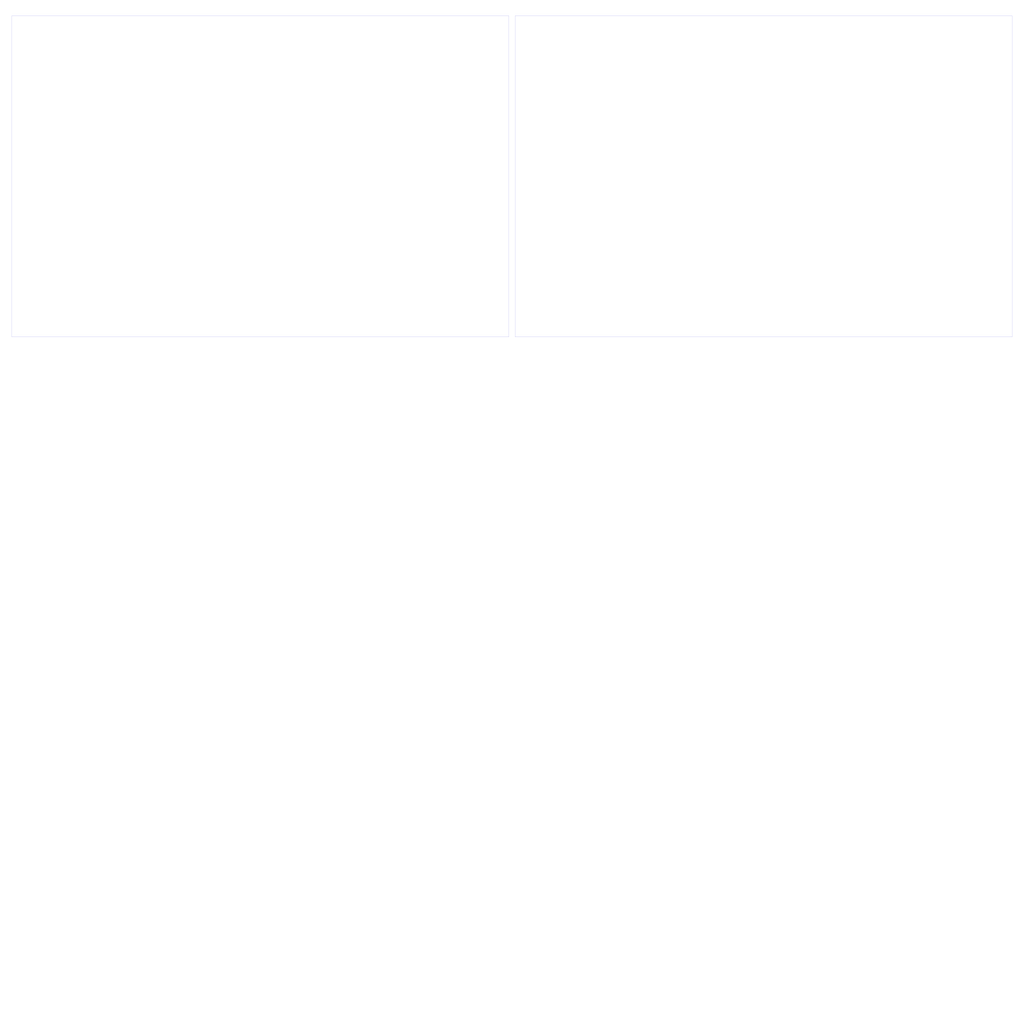
<source format=kicad_sch>
(kicad_sch
	(version 20250114)
	(generator "eeschema")
	(generator_version "9.0")
	(uuid "bf4d5f39-4bc5-48d4-8277-dfe0dc325bcc")
	(paper "User" 2540 2540)
	(lib_symbols)
	(rectangle
		(start 29.21 39.37)
		(end 1262.38 835.66)
		(stroke
			(width 0)
			(type default)
		)
		(fill
			(type none)
		)
		(uuid 6d4f1ae0-cfb6-4f03-bf36-b8bcb4547f70)
	)
	(rectangle
		(start 1277.62 39.37)
		(end 2510.79 835.66)
		(stroke
			(width 0)
			(type default)
		)
		(fill
			(type none)
		)
		(uuid 81acf7ff-f6d2-44fa-8863-1922ca1b0923)
	)
	(sheet_instances
		(path "/"
			(page "1")
		)
	)
	(embedded_fonts no)
)

</source>
